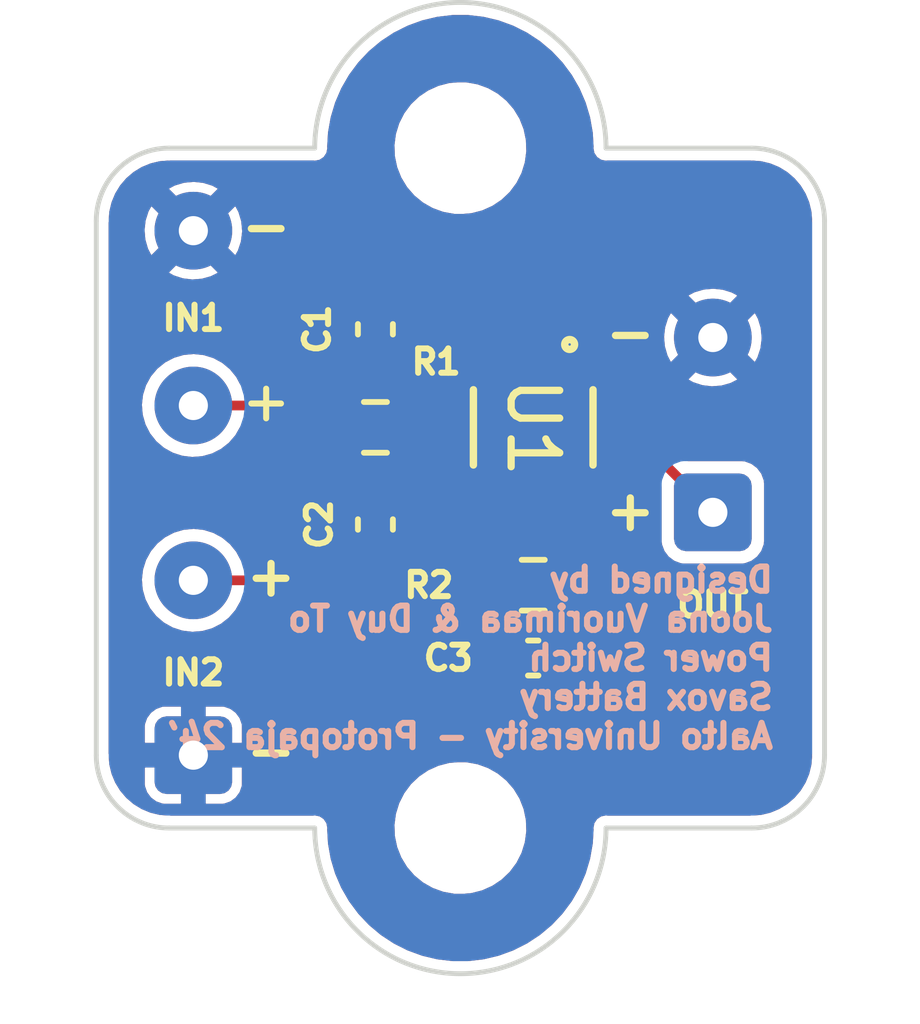
<source format=kicad_pcb>
(kicad_pcb (version 20211014) (generator pcbnew)
  (layers (0 "F.Cu" signal) (31 "B.Cu" power) (34 "B.Paste" user) (35 "F.Paste" user) (36 "B.SilkS" user "B.Silkscreen") (37 "F.SilkS" user "F.Silkscreen") (38 "B.Mask" user) (39 "F.Mask" user) (44 "Edge.Cuts" user))
  (net 0 "")
  (net 1 "GND")
  (net 2 "VIN1")
  (net 3 "VIN2")
  (net 4 "Net-(C3-Pad1)")
  (net 5 "Net-(R1-Pad2)")
  (net 6 "Net-(R2-Pad2)")
  (footprint "Resistor_SMD:R_0603_1608Metric" (layer "F.Cu") (at 154.25 94.75)
    (fp_text reference "R1" (at 1.25 -1.35) (layer "F.SilkS") (effects (font (size 0.5 0.5) (thickness 0.125))))
    (fp_text value "100k")
    (fp_line (start -0.237258 0.5225) (end 0.237258 0.5225) (layer "F.SilkS") (width 0.12))
    (fp_line (start -0.237258 -0.5225) (end 0.237258 -0.5225) (layer "F.SilkS") (width 0.12))
    (pad "1" smd roundrect (at -0.825 0) (size 0.8 0.95) (layers "F.Cu" "F.Paste" "F.Mask") (net 1 "GND"))
    (pad "2" smd roundrect (at 0.825 0) (size 0.8 0.95) (layers "F.Cu" "F.Paste" "F.Mask") (net 5 "Net-(R1-Pad2)"))
  )
  (footprint "Resistor_SMD:R_0603_1608Metric" (layer "F.Cu") (at 157.5 98)
    (fp_text reference "R2" (at -2.15 0) (layer "F.SilkS") (effects (font (size 0.5 0.5) (thickness 0.125))))
    (fp_text value "100k")
    (fp_line (start -0.237258 -0.5225) (end 0.237258 -0.5225) (layer "F.SilkS") (width 0.12))
    (fp_line (start -0.237258 0.5225) (end 0.237258 0.5225) (layer "F.SilkS") (width 0.12))
    (pad "1" smd roundrect (at -0.825 0) (size 0.8 0.95) (layers "F.Cu" "F.Paste" "F.Mask") (net 4 "Net-(C3-Pad1)"))
    (pad "2" smd roundrect (at 0.825 0) (size 0.8 0.95) (layers "F.Cu" "F.Paste" "F.Mask") (net 6 "Net-(R2-Pad2)"))
  )
  (footprint "Connector_Wire:SolderWire-0.1sqmm_1x02_P3.6mm_D0.4mm_OD1mm" (layer "F.Cu") (at 161.2 96.5 90)
    (fp_text reference "OUT" (at -1.9 0 180) (layer "F.SilkS") (effects (font (size 0.5 0.5) (thickness 0.125))))
    (fp_text value "OUT")
    (pad "1" thru_hole roundrect (at 0 0 90) (size 1.6 1.6) (drill 0.6) (layers *.Cu *.Mask) (roundrect_rratio 0.15625) (net 4 "Net-(C3-Pad1)"))
    (pad "2" thru_hole circle (at 3.6 0 90) (size 1.6 1.6) (drill 0.6) (layers *.Cu *.Mask) (net 1 "GND"))
  )
  (footprint "SOT 5x3:SOT-5X3_DRL_TEX" (layer "F.Cu") (at 157.5 94.75 -90)
    (fp_text reference "U1" (at 0 0 -90 unlocked) (layer "F.SilkS"))
    (fp_text value "LM66200DRLR")
    (fp_line (start -0.7747 1.2319) (end 0.7747 1.2319) (layer "F.SilkS") (width 0.1524))
    (fp_line (start 0.7747 -1.2319) (end -0.7747 -1.2319) (layer "F.SilkS") (width 0.1524))
    (fp_circle (center -1.706626 -0.750189) (end -1.605026 -0.750189) (layer "F.SilkS") (width 0.1524) (fill none))
    (pad "1" smd rect (at -0.8001 -0.750189 270) (size 0.7112 0.2286) (layers "F.Cu" "F.Paste" "F.Mask") (net 1 "GND"))
    (pad "2" smd rect (at -0.8001 -0.250063 270) (size 0.7112 0.2286) (layers "F.Cu" "F.Paste" "F.Mask") (net 4 "Net-(C3-Pad1)"))
    (pad "3" smd rect (at -0.8001 0.250063 270) (size 0.7112 0.2286) (layers "F.Cu" "F.Paste" "F.Mask") (net 2 "VIN1"))
    (pad "4" smd rect (at -0.8001 0.750189 270) (size 0.7112 0.2286) (layers "F.Cu" "F.Paste" "F.Mask") (net 5 "Net-(R1-Pad2)"))
    (pad "5" smd rect (at 0.8001 0.750189 270) (size 0.7112 0.2286) (layers "F.Cu" "F.Paste" "F.Mask") (net 1 "GND"))
    (pad "6" smd rect (at 0.8001 0.250063 270) (size 0.7112 0.2286) (layers "F.Cu" "F.Paste" "F.Mask") (net 3 "VIN2"))
    (pad "7" smd rect (at 0.8001 -0.250063 270) (size 0.7112 0.2286) (layers "F.Cu" "F.Paste" "F.Mask") (net 4 "Net-(C3-Pad1)"))
    (pad "8" smd rect (at 0.8001 -0.750189 270) (size 0.7112 0.2286) (layers "F.Cu" "F.Paste" "F.Mask") (net 6 "Net-(R2-Pad2)"))
  )
  (footprint "Capacitor_SMD:C_0402_1005Metric" (layer "F.Cu") (at 154.25 92.73 -90)
    (fp_text reference "C1" (at 0 1.2 90) (layer "F.SilkS") (effects (font (size 0.5 0.5) (thickness 0.125))))
    (fp_text value "1u")
    (fp_line (start -0.107836 0.36) (end 0.107836 0.36) (layer "F.SilkS") (width 0.12))
    (fp_line (start -0.107836 -0.36) (end 0.107836 -0.36) (layer "F.SilkS") (width 0.12))
    (pad "1" smd roundrect (at -0.48 0 270) (size 0.56 0.62) (layers "F.Cu" "F.Paste" "F.Mask") (net 1 "GND"))
    (pad "2" smd roundrect (at 0.48 0 270) (size 0.56 0.62) (layers "F.Cu" "F.Paste" "F.Mask") (net 2 "VIN1"))
  )
  (footprint "MountingHole:MountingHole_2.2mm_M2" (layer "F.Cu") (at 156 103)
    (fp_text reference "REF**" hide)
    (fp_text value "MountingHole_2.2mm_M2")
    (pad "" np_thru_hole circle (at 0 0) (size 2.2 2.2) (drill 2.2) (layers *.Cu *.Mask))
  )
  (footprint "MountingHole:MountingHole_2.2mm_M2" (layer "F.Cu") (at 156 89)
    (fp_text reference "REF**" hide)
    (fp_text value "MountingHole_2.2mm_M2")
    (pad "" np_thru_hole circle (at 0 0) (size 2.2 2.2) (drill 2.2) (layers *.Cu *.Mask))
  )
  (footprint "Connector_Wire:SolderWire-0.1sqmm_1x04_P3.6mm_D0.4mm_OD1mm" (layer "F.Cu") (at 150.5 101.5 90)
    (fp_text reference "IN" hide)
    (fp_text value "IN")
    (pad "1" thru_hole roundrect (at 0 0 90) (size 1.6 1.6) (drill 0.6) (layers *.Cu *.Mask) (roundrect_rratio 0.15625) (net 1 "GND"))
    (pad "2" thru_hole circle (at 3.6 0 90) (size 1.6 1.6) (drill 0.6) (layers *.Cu *.Mask) (net 3 "VIN2"))
    (pad "3" thru_hole circle (at 7.2 0 90) (size 1.6 1.6) (drill 0.6) (layers *.Cu *.Mask) (net 2 "VIN1"))
    (pad "4" thru_hole circle (at 10.8 0 90) (size 1.6 1.6) (drill 0.6) (layers *.Cu *.Mask) (net 1 "GND"))
  )
  (footprint "Capacitor_SMD:C_0402_1005Metric" (layer "F.Cu") (at 154.25 96.75 90)
    (fp_text reference "C2" (at 0 -1.16 90) (layer "F.SilkS") (effects (font (size 0.5 0.5) (thickness 0.125))))
    (fp_text value "1u")
    (fp_line (start -0.107836 0.36) (end 0.107836 0.36) (layer "F.SilkS") (width 0.12))
    (fp_line (start -0.107836 -0.36) (end 0.107836 -0.36) (layer "F.SilkS") (width 0.12))
    (pad "1" smd roundrect (at -0.48 0 90) (size 0.56 0.62) (layers "F.Cu" "F.Paste" "F.Mask") (net 1 "GND"))
    (pad "2" smd roundrect (at 0.48 0 90) (size 0.56 0.62) (layers "F.Cu" "F.Paste" "F.Mask") (net 3 "VIN2"))
  )
  (footprint "Capacitor_SMD:C_0402_1005Metric" (layer "F.Cu") (at 157.5 99.5)
    (fp_text reference "C3" (at -1.75 0) (layer "F.SilkS") (effects (font (size 0.5 0.5) (thickness 0.125))))
    (fp_text value "0.1u")
    (fp_line (start -0.107836 0.36) (end 0.107836 0.36) (layer "F.SilkS") (width 0.12))
    (fp_line (start -0.107836 -0.36) (end 0.107836 -0.36) (layer "F.SilkS") (width 0.12))
    (pad "1" smd roundrect (at -0.48 0) (size 0.56 0.62) (layers "F.Cu" "F.Paste" "F.Mask") (net 4 "Net-(C3-Pad1)"))
    (pad "2" smd roundrect (at 0.48 0) (size 0.56 0.62) (layers "F.Cu" "F.Paste" "F.Mask") (net 1 "GND"))
  )
  (gr_line (start 163.5 90.5) (end 163.5 101.5) (layer "Edge.Cuts") (width 0.1))
  (gr_arc (start 150 103) (mid 148.93934 102.56066) (end 148.5 101.5) (layer "Edge.Cuts") (width 0.1))
  (gr_arc (start 162 89) (mid 163.06066 89.43934) (end 163.5 90.5) (layer "Edge.Cuts") (width 0.1))
  (gr_line (start 162 103) (end 159 103) (layer "Edge.Cuts") (width 0.1))
  (gr_line (start 148.5 101.5) (end 148.5 90.5) (layer "Edge.Cuts") (width 0.1))
  (gr_line (start 150 89) (end 153 89) (layer "Edge.Cuts") (width 0.1))
  (gr_arc (start 163.5 101.5) (mid 163.06066 102.56066) (end 162 103) (layer "Edge.Cuts") (width 0.1))
  (gr_arc (start 148.5 90.5) (mid 148.93934 89.43934) (end 150 89) (layer "Edge.Cuts") (width 0.1))
  (gr_line (start 153 103) (end 150 103) (layer "Edge.Cuts") (width 0.1))
  (gr_arc (start 153 89) (mid 156 86) (end 159 89) (layer "Edge.Cuts") (width 0.1))
  (gr_arc (start 159 103) (mid 156 106) (end 153 103) (layer "Edge.Cuts") (width 0.1))
  (gr_line (start 159 89) (end 162 89) (layer "Edge.Cuts") (width 0.1))
  (gr_text "Designed by \nJoona Vuorimaa & Duy To\nPower Switch\nSavox Battery\nAalto University - Protopaja 24'" (at 162.5 99.5) (layer "B.SilkS") (effects (font (size 0.5 0.5) (thickness 0.125)) (justify left mirror)))
  (gr_text "-" (at 152.1 101.4) (layer "F.SilkS") (effects (font (size 0.8 0.8))))
  (gr_text "IN2" (at 150.5 99.8) (layer "F.SilkS") (effects (font (size 0.5 0.5) (thickness 0.125))))
  (gr_text "-" (at 159.5 92.8) (layer "F.SilkS") (effects (font (size 0.8 0.8))))
  (gr_text "+" (at 159.5 96.45) (layer "F.SilkS") (effects (font (size 0.8 0.8))))
  (gr_text "IN1" (at 150.5 92.5) (layer "F.SilkS") (effects (font (size 0.5 0.5) (thickness 0.125))))
  (gr_text "+" (at 152 94.2) (layer "F.SilkS") (effects (font (size 0.8 0.8) (thickness 0.125))))
  (gr_text "-" (at 152 90.6) (layer "F.SilkS") (effects (font (size 0.8 0.8))))
  (gr_text "+" (at 152.1 97.8) (layer "F.SilkS") (effects (font (size 0.8 0.8))))
  (segment (start 151.7 94.3) (end 152.79 93.21) (width 0.2) (layer "F.Cu") (net 2))
  (segment (start 150.5 94.3) (end 151.7 94.3) (width 0.2) (layer "F.Cu") (net 2))
  (segment (start 154.16 93.3) (end 154.25 93.21) (width 0.3) (layer "F.Cu") (net 2))
  (segment (start 154.25 93.21) (end 157.179811 93.21) (width 0.2) (layer "F.Cu") (net 2))
  (segment (start 157.249937 93.280126) (end 157.249937 93.9499) (width 0.2) (layer "F.Cu") (net 2))
  (segment (start 152.79 93.21) (end 154.25 93.21) (width 0.2) (layer "F.Cu") (net 2))
  (segment (start 157.179811 93.21) (end 157.249937 93.280126) (width 0.2) (layer "F.Cu") (net 2))
  (segment (start 152.1 97.9) (end 153.73 96.27) (width 0.2) (layer "F.Cu") (net 3))
  (segment (start 154.25 96.27) (end 157.199811 96.27) (width 0.2) (layer "F.Cu") (net 3))
  (segment (start 150.5 97.9) (end 152.1 97.9) (width 0.2) (layer "F.Cu") (net 3))
  (segment (start 157.249937 96.219874) (end 157.249937 95.5501) (width 0.2) (layer "F.Cu") (net 3))
  (segment (start 157.199811 96.27) (end 157.249937 96.219874) (width 0.2) (layer "F.Cu") (net 3))
  (segment (start 153.73 96.27) (end 154.25 96.27) (width 0.2) (layer "F.Cu") (net 3))
  (segment (start 157.750063 94.880326) (end 157.750063 93.9499) (width 0.2) (layer "F.Cu") (net 4))
  (segment (start 156.675 98) (end 157.750063 96.924937) (width 0.2) (layer "F.Cu") (net 4))
  (segment (start 159.5445 94.8445) (end 157.785889 94.8445) (width 0.2) (layer "F.Cu") (net 4))
  (segment (start 161.2 96.5) (end 159.5445 94.8445) (width 0.2) (layer "F.Cu") (net 4))
  (segment (start 157.785889 94.8445) (end 157.750063 94.880326) (width 0.2) (layer "F.Cu") (net 4))
  (segment (start 157.750063 96.924937) (end 157.750063 95.5501) (width 0.2) (layer "F.Cu") (net 4))
  (segment (start 157.750063 94.880326) (end 157.750063 95.5501) (width 0.2) (layer "F.Cu") (net 4))
  (segment (start 157.02 98.345) (end 156.675 98) (width 0.2) (layer "F.Cu") (net 4))
  (segment (start 157.02 99.5) (end 157.02 98.345) (width 0.2) (layer "F.Cu") (net 4))
  (segment (start 155.65 94.75) (end 156.4501 93.9499) (width 0.2) (layer "F.Cu") (net 5))
  (segment (start 156.4501 93.9499) (end 156.749811 93.9499) (width 0.2) (layer "F.Cu") (net 5))
  (segment (start 155.075 94.75) (end 155.65 94.75) (width 0.2) (layer "F.Cu") (net 5))
  (segment (start 158.250189 97.925189) (end 158.250189 95.5501) (width 0.2) (layer "F.Cu") (net 6))
  (segment (start 158.325 98) (end 158.250189 97.925189) (width 0.2) (layer "F.Cu") (net 6))
  (zone (net 1) (net_name "GND") (layers F&B.Cu) (connect_pads (clearance 0.254)) (min_thickness 0.2) (fill yes (thermal_gap 0.2) (thermal_bridge_width 0.508))
    (polygon (pts (xy 163.5 106) (xy 148.5 106) (xy 148.5 86) (xy 163.5 86)))
  )
)
</source>
